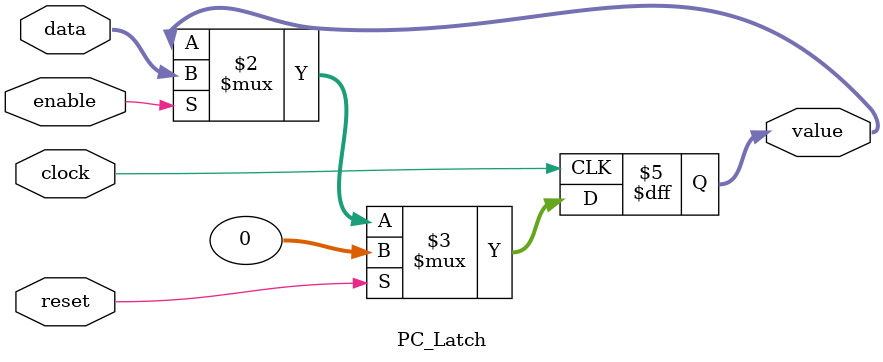
<source format=v>
`timescale 1ns / 1ps

module PC_Latch (
    input clock,
    input reset,
    input enable,
    input [31:0] data,
    output reg [31:0] value
);

    initial begin
        value = 32'd0;
    end

    //Transfers the data from the input to the output for at least 1 clock cycle
    always @ (posedge clock) begin
        value <= (reset) ? 32'd0 : ((enable) ? data : value);
    end

endmodule // PC_Latch

</source>
